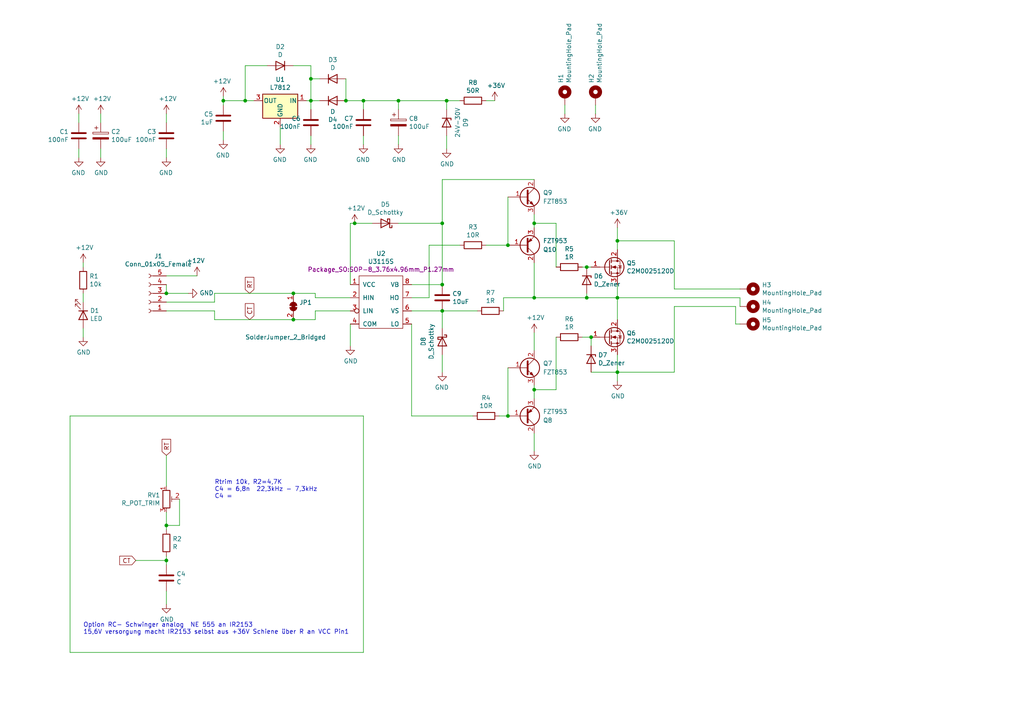
<source format=kicad_sch>
(kicad_sch (version 20231120) (generator "eeschema") (generator_version "8.0")
  (paper "A4")
  (title_block (title "Powerstage PWM") (date "2024-08-31") (rev "A3") (comment 1 "zusätzlicher IC IR2153 support mit RC Glied") (comment 2 "Zusätzliche Treiberstufe für Mosfet") (comment 3 "R7, D8 Bootstrap verhindert negative impulse auf VB") (comment 4 "Treiber auf SMD umgestellt "))
  (lib_symbols
    (symbol "Connector:Conn_01x05_Female" (pin_names (offset 1.016) hide)
      (property "Reference" "J" (at 0 7.62 0))
      (property "Value" "Conn_01x05_Female" (at 0 -7.62 0))
      (symbol "Conn_01x05_Female_1_1"
        (arc (start 0 -4.572) (mid -0.5058 -5.08) (end 0 -5.588) (stroke (width 0.1524)))
        (arc (start 0 -2.032) (mid -0.5058 -2.54) (end 0 -3.048) (stroke (width 0.1524)))
        (polyline (pts (xy -1.27 -5.08) (xy -0.508 -5.08)) (stroke (width 0.1524)))
        (polyline (pts (xy -1.27 -2.54) (xy -0.508 -2.54)) (stroke (width 0.1524)))
        (polyline (pts (xy -1.27 0) (xy -0.508 0)) (stroke (width 0.1524)))
        (polyline (pts (xy -1.27 2.54) (xy -0.508 2.54)) (stroke (width 0.1524)))
        (polyline (pts (xy -1.27 5.08) (xy -0.508 5.08)) (stroke (width 0.1524)))
        (arc (start 0 0.508) (mid -0.5058 0) (end 0 -0.508) (stroke (width 0.1524)))
        (arc (start 0 3.048) (mid -0.5058 2.54) (end 0 2.032) (stroke (width 0.1524)))
        (arc (start 0 5.588) (mid -0.5058 5.08) (end 0 4.572) (stroke (width 0.1524)))
        (pin passive line (at -5.08 5.08 0) (length 3.81) (name "Pin_1") (number "1"))
        (pin passive line (at -5.08 2.54 0) (length 3.81) (name "Pin_2") (number "2"))
        (pin passive line (at -5.08 0 0) (length 3.81) (name "Pin_3") (number "3"))
        (pin passive line (at -5.08 -2.54 0) (length 3.81) (name "Pin_4") (number "4"))
        (pin passive line (at -5.08 -5.08 0) (length 3.81) (name "Pin_5") (number "5"))
      )
    )
    (symbol "Device:C" (pin_numbers hide) (pin_names (offset 0.254))
      (property "Reference" "C" (at 0.635 2.54 0))
      (property "Value" "C" (at 0.635 -2.54 0))
      (symbol "C_0_1"
        (polyline (pts (xy -2.032 -0.762) (xy 2.032 -0.762)) (stroke (width 0.508)))
        (polyline (pts (xy -2.032 0.762) (xy 2.032 0.762)) (stroke (width 0.508)))
      )
      (symbol "C_1_1"
        (pin passive line (at 0 3.81 270) (length 2.794) (name "~") (number "1"))
        (pin passive line (at 0 -3.81 90) (length 2.794) (name "~") (number "2"))
      )
    )
    (symbol "Device:CP" (pin_numbers hide) (pin_names (offset 0.254))
      (property "Reference" "C" (at 0.635 2.54 0))
      (property "Value" "Device_CP" (at 0.635 -2.54 0))
      (symbol "CP_0_1"
        (rectangle (start -2.286 0.508) (end 2.286 1.016))
        (polyline (pts (xy -1.778 2.286) (xy -0.762 2.286)))
        (polyline (pts (xy -1.27 2.794) (xy -1.27 1.778)))
        (rectangle (start 2.286 -0.508) (end -2.286 -1.016) (fill (type outline)))
      )
      (symbol "CP_1_1"
        (pin passive line (at 0 3.81 270) (length 2.794) (name "~") (number "1"))
        (pin passive line (at 0 -3.81 90) (length 2.794) (name "~") (number "2"))
      )
    )
    (symbol "Device:D" (pin_numbers hide) (pin_names (offset 1.016) hide)
      (property "Reference" "D" (at 0 2.54 0))
      (property "Value" "D" (at 0 -2.54 0))
      (symbol "D_0_1"
        (polyline (pts (xy -1.27 1.27) (xy -1.27 -1.27)) (stroke (width 0.254)))
        (polyline (pts (xy 1.27 0) (xy -1.27 0)))
        (polyline (pts (xy 1.27 1.27) (xy 1.27 -1.27) (xy -1.27 0) (xy 1.27 1.27)) (stroke (width 0.254)))
      )
      (symbol "D_1_1"
        (pin passive line (at -3.81 0 0) (length 2.54) (name "K") (number "1"))
        (pin passive line (at 3.81 0 180) (length 2.54) (name "A") (number "2"))
      )
    )
    (symbol "Device:D_Schottky" (pin_numbers hide) (pin_names (offset 1.016) hide)
      (property "Reference" "D" (at 0 2.54 0))
      (property "Value" "D_Schottky" (at 0 -2.54 0))
      (symbol "D_Schottky_0_1"
        (polyline (pts (xy 1.27 0) (xy -1.27 0)))
        (polyline (pts (xy 1.27 1.27) (xy 1.27 -1.27) (xy -1.27 0) (xy 1.27 1.27)) (stroke (width 0.254)))
        (polyline (pts (xy -1.905 0.635) (xy -1.905 1.27) (xy -1.27 1.27) (xy -1.27 -1.27) (xy -0.635 -1.27) (xy -0.635 -0.635)) (stroke (width 0.254)))
      )
      (symbol "D_Schottky_1_1"
        (pin passive line (at -3.81 0 0) (length 2.54) (name "K") (number "1"))
        (pin passive line (at 3.81 0 180) (length 2.54) (name "A") (number "2"))
      )
    )
    (symbol "Device:D_Zener" (pin_numbers hide) (pin_names (offset 1.016) hide)
      (property "Reference" "D" (at 0 2.54 0))
      (property "Value" "D_Zener" (at 0 -2.54 0))
      (symbol "D_Zener_0_1"
        (polyline (pts (xy 1.27 0) (xy -1.27 0)))
        (polyline (pts (xy -1.27 -1.27) (xy -1.27 1.27) (xy -0.762 1.27)) (stroke (width 0.254)))
        (polyline (pts (xy 1.27 -1.27) (xy 1.27 1.27) (xy -1.27 0) (xy 1.27 -1.27)) (stroke (width 0.254)))
      )
      (symbol "D_Zener_1_1"
        (pin passive line (at -3.81 0 0) (length 2.54) (name "K") (number "1"))
        (pin passive line (at 3.81 0 180) (length 2.54) (name "A") (number "2"))
      )
    )
    (symbol "Device:LED" (pin_numbers hide) (pin_names (offset 1.016) hide)
      (property "Reference" "D" (at 0 2.54 0))
      (property "Value" "LED" (at 0 -2.54 0))
      (symbol "LED_0_1"
        (polyline (pts (xy -1.27 -1.27) (xy -1.27 1.27)) (stroke (width 0.254)))
        (polyline (pts (xy -1.27 0) (xy 1.27 0)))
        (polyline (pts (xy 1.27 -1.27) (xy 1.27 1.27) (xy -1.27 0) (xy 1.27 -1.27)) (stroke (width 0.254)))
        (polyline (pts (xy -3.048 -0.762) (xy -4.572 -2.286) (xy -3.81 -2.286) (xy -4.572 -2.286) (xy -4.572 -1.524)))
        (polyline (pts (xy -1.778 -0.762) (xy -3.302 -2.286) (xy -2.54 -2.286) (xy -3.302 -2.286) (xy -3.302 -1.524)))
      )
      (symbol "LED_1_1"
        (pin passive line (at -3.81 0 0) (length 2.54) (name "K") (number "1"))
        (pin passive line (at 3.81 0 180) (length 2.54) (name "A") (number "2"))
      )
    )
    (symbol "Device:R" (pin_numbers hide) (pin_names (offset 0))
      (property "Reference" "R" (at 2.032 0 90))
      (property "Value" "R" (at 0 0 90))
      (symbol "R_0_1"
        (rectangle (start -1.016 -2.54) (end 1.016 2.54) (stroke (width 0.254)))
      )
      (symbol "R_1_1"
        (pin passive line (at 0 3.81 270) (length 1.27) (name "~") (number "1"))
        (pin passive line (at 0 -3.81 90) (length 1.27) (name "~") (number "2"))
      )
    )
    (symbol "Device:R_POT_TRIM" (pin_names (offset 1.016) hide)
      (property "Reference" "RV" (at -4.445 0 90))
      (property "Value" "Device_R_POT_TRIM" (at -2.54 0 90))
      (symbol "R_POT_TRIM_0_1"
        (polyline (pts (xy 1.524 0.762) (xy 1.524 -0.762)))
        (polyline (pts (xy 2.54 0) (xy 1.524 0)))
        (rectangle (start 1.016 2.54) (end -1.016 -2.54) (stroke (width 0.254)))
      )
      (symbol "R_POT_TRIM_1_1"
        (pin passive line (at 0 3.81 270) (length 1.27) (name "1") (number "1"))
        (pin passive line (at 3.81 0 180) (length 1.27) (name "2") (number "2"))
        (pin passive line (at 0 -3.81 90) (length 1.27) (name "3") (number "3"))
      )
    )
    (symbol "Jumper:SolderJumper_2_Bridged" (pin_names (offset 0) hide)
      (property "Reference" "JP" (at 0 2.032 0))
      (property "Value" "SolderJumper_2_Bridged" (at 0 -2.54 0))
      (symbol "SolderJumper_2_Bridged_0_1"
        (rectangle (start -0.508 0.508) (end 0.508 -0.508) (fill (type outline)))
        (arc (start -0.254 1.016) (mid -1.2656 0) (end -0.254 -1.016))
        (arc (start -0.254 1.016) (mid -1.2656 0) (end -0.254 -1.016) (fill (type outline)))
        (polyline (pts (xy -0.254 1.016) (xy -0.254 -1.016)))
        (polyline (pts (xy 0.254 1.016) (xy 0.254 -1.016)))
        (arc (start 0.254 -1.016) (mid 1.2656 0) (end 0.254 1.016))
        (arc (start 0.254 -1.016) (mid 1.2656 0) (end 0.254 1.016) (fill (type outline)))
      )
      (symbol "SolderJumper_2_Bridged_1_1"
        (pin passive line (at -3.81 0 0) (length 2.54) (name "A") (number "1"))
        (pin passive line (at 3.81 0 180) (length 2.54) (name "B") (number "2"))
      )
    )
    (symbol "Mechanical:MountingHole_Pad" (pin_numbers hide) (pin_names (offset 1.016) hide)
      (property "Reference" "H" (at 0 6.35 0))
      (property "Value" "MountingHole_Pad" (at 0 4.445 0))
      (symbol "MountingHole_Pad_0_1"
        (circle (center 0 1.27) (radius 1.27) (stroke (width 1.27)))
      )
      (symbol "MountingHole_Pad_1_1"
        (pin input line (at 0 -2.54 90) (length 2.54) (name "1") (number "1"))
      )
    )
    (symbol "Regulator_Linear:L7812" (pin_names (offset 0.254))
      (property "Reference" "U" (at -3.81 3.175 0))
      (property "Value" "L7812" (at 0 3.175 0))
      (symbol "L7812_0_1"
        (rectangle (start -5.08 1.905) (end 5.08 -5.08) (stroke (width 0.254)) (fill (type background)))
      )
      (symbol "L7812_1_1"
        (pin power_in line (at -7.62 0 0) (length 2.54) (name "IN") (number "1"))
        (pin power_in line (at 0 -7.62 90) (length 2.54) (name "GND") (number "2"))
        (pin power_out line (at 7.62 0 180) (length 2.54) (name "OUT") (number "3"))
      )
    )
    (symbol "Transistor_BJT:BCP51" (pin_names (offset 0) hide)
      (property "Reference" "Q" (at 5.08 1.905 0))
      (property "Value" "BCP51" (at 5.08 0 0))
      (symbol "BCP51_0_1"
        (polyline (pts (xy 0 0) (xy 0.635 0)))
        (polyline (pts (xy 2.54 -2.54) (xy 0.635 -0.635)))
        (polyline (pts (xy 2.54 2.54) (xy 0.635 0.635)))
        (polyline (pts (xy 0.635 1.905) (xy 0.635 -1.905) (xy 0.635 -1.905)) (stroke (width 0.508)) (fill (type outline)))
        (polyline (pts (xy 1.397 -1.905) (xy 1.905 -1.397) (xy 0.889 -0.889) (xy 1.397 -1.905) (xy 1.397 -1.905)) (fill (type outline)))
        (circle (center 1.27 0) (radius 2.8194) (stroke (width 0.254)))
      )
      (symbol "BCP51_1_1"
        (pin input line (at -5.08 0 0) (length 5.08) (name "B") (number "1"))
        (pin passive line (at 2.54 5.08 270) (length 2.54) (name "C") (number "2"))
        (pin passive line (at 2.54 -5.08 90) (length 2.54) (name "E") (number "3"))
      )
    )
    (symbol "Transistor_BJT:BCP56" (pin_names (offset 0) hide)
      (property "Reference" "Q" (at 5.08 1.905 0))
      (property "Value" "BCP56" (at 5.08 0 0))
      (symbol "BCP56_0_1"
        (polyline (pts (xy 0.635 0.635) (xy 2.54 2.54)))
        (polyline (pts (xy 0.635 -0.635) (xy 2.54 -2.54) (xy 2.54 -2.54)))
        (polyline (pts (xy 0.635 1.905) (xy 0.635 -1.905) (xy 0.635 -1.905)) (stroke (width 0.508)))
        (polyline (pts (xy 1.27 -1.778) (xy 1.778 -1.27) (xy 2.286 -2.286) (xy 1.27 -1.778) (xy 1.27 -1.778)) (fill (type outline)))
        (circle (center 1.27 0) (radius 2.8194) (stroke (width 0.254)))
      )
      (symbol "BCP56_1_1"
        (pin input line (at -5.08 0 0) (length 5.715) (name "B") (number "1"))
        (pin passive line (at 2.54 5.08 270) (length 2.54) (name "C") (number "2"))
        (pin passive line (at 2.54 -5.08 90) (length 2.54) (name "E") (number "3"))
        (pin passive line (at 2.54 5.08 270) (length 2.54) hide (name "C") (number "4"))
      )
    )
    (symbol "Transistor_FET:C2M0025120D" (pin_names hide)
      (property "Reference" "Q" (at 5.08 1.905 0))
      (property "Value" "C2M0025120D" (at 5.08 0 0))
      (symbol "C2M0025120D_0_1"
        (polyline (pts (xy 0.254 0) (xy -2.54 0)))
        (polyline (pts (xy 0.254 1.905) (xy 0.254 -1.905)) (stroke (width 0.254)))
        (polyline (pts (xy 0.762 -1.27) (xy 0.762 -2.286)) (stroke (width 0.254)))
        (polyline (pts (xy 0.762 0.508) (xy 0.762 -0.508)) (stroke (width 0.254)))
        (polyline (pts (xy 0.762 2.286) (xy 0.762 1.27)) (stroke (width 0.254)))
        (polyline (pts (xy 2.54 2.54) (xy 2.54 1.778)))
        (polyline (pts (xy 2.54 -2.54) (xy 2.54 0) (xy 0.762 0)))
        (polyline (pts (xy 0.762 -1.778) (xy 3.302 -1.778) (xy 3.302 1.778) (xy 0.762 1.778)))
        (polyline (pts (xy 1.016 0) (xy 2.032 0.381) (xy 2.032 -0.381) (xy 1.016 0)) (fill (type outline)))
        (polyline (pts (xy 2.794 0.508) (xy 2.921 0.381) (xy 3.683 0.381) (xy 3.81 0.254)))
        (polyline (pts (xy 3.302 0.381) (xy 2.921 -0.254) (xy 3.683 -0.254) (xy 3.302 0.381)))
        (circle (center 1.651 0) (radius 2.794) (stroke (width 0.254)))
        (circle (center 2.54 -1.778) (radius 0.254) (fill (type outline)))
        (circle (center 2.54 1.778) (radius 0.254) (fill (type outline)))
      )
      (symbol "C2M0025120D_1_1"
        (pin input line (at -5.08 0 0) (length 2.54) (name "G") (number "1"))
        (pin passive line (at 2.54 5.08 270) (length 2.54) (name "D") (number "2"))
        (pin passive line (at 2.54 -5.08 90) (length 2.54) (name "S") (number "3"))
      )
    )
    (symbol "arnd_eigen:U3115S" (pin_names (offset 1.016))
      (property "Reference" "U" (at 0 11.43 0))
      (property "Value" "arnd_eigen_U3115S" (at 0 8.89 0))
      (property "Footprint" "Package_SO:SOP-8_3.76x4.96mm_P1.27mm" (at 0 11.43 0))
      (symbol "U3115S_0_1"
        (rectangle (start -6.35 7.62) (end 6.35 -7.62))
      )
      (symbol "U3115S_1_1"
        (pin power_in line (at -8.89 5.08 0) (length 2.54) (name "VCC") (number "1"))
        (pin input line (at -8.89 1.27 0) (length 2.54) (name "HIN") (number "2"))
        (pin input inverted (at -8.89 -2.54 0) (length 2.54) (name "LIN") (number "3"))
        (pin power_in line (at -8.89 -6.35 0) (length 2.54) (name "COM") (number "4"))
        (pin output line (at 8.89 -6.35 180) (length 2.54) (name "LO") (number "5"))
        (pin power_out line (at 8.89 -2.54 180) (length 2.54) (name "VS") (number "6"))
        (pin output line (at 8.89 1.27 180) (length 2.54) (name "HO") (number "7"))
        (pin power_in line (at 8.89 5.08 180) (length 2.54) (name "VB") (number "8"))
      )
    )
    (symbol "power:+12V" (power) (pin_names (offset 0))
      (property "Value" "+12V" (at 0 3.556 0))
      (symbol "+12V_0_1"
        (polyline (pts (xy -0.762 1.27) (xy 0 2.54)))
        (polyline (pts (xy 0 0) (xy 0 2.54)))
        (polyline (pts (xy 0 2.54) (xy 0.762 1.27)))
      )
      (symbol "+12V_1_1"
        (pin power_in line (at 0 0 90) (length 0) hide (name "+12V") (number "1"))
      )
    )
    (symbol "power:+36V" (power) (pin_names (offset 0))
      (property "Value" "+36V" (at 0 3.556 0))
      (symbol "+36V_0_1"
        (polyline (pts (xy -0.762 1.27) (xy 0 2.54)))
        (polyline (pts (xy 0 0) (xy 0 2.54)))
        (polyline (pts (xy 0 2.54) (xy 0.762 1.27)))
      )
      (symbol "+36V_1_1"
        (pin power_in line (at 0 0 90) (length 0) hide (name "+36V") (number "1"))
      )
    )
    (symbol "power:GND" (power) (pin_names (offset 0))
      (property "Value" "GND" (at 0 -3.81 0))
      (symbol "GND_0_1"
        (polyline (pts (xy 0 0) (xy 0 -1.27) (xy 1.27 -1.27) (xy 0 -2.54) (xy -1.27 -1.27) (xy 0 -1.27)))
      )
      (symbol "GND_1_1"
        (pin power_in line (at 0 0 270) (length 0) hide (name "GND") (number "1"))
      )
    )
  )
  (junction (at 179.07 69.85))
  (junction (at 85.09 85.09))
  (junction (at 102.87 64.77))
  (junction (at 179.07 86.36))
  (junction (at 48.26 162.56))
  (junction (at 48.26 152.4))
  (junction (at 48.26 85.09))
  (junction (at 147.32 71.12))
  (junction (at 90.17 29.21))
  (junction (at 154.94 113.03))
  (junction (at 71.12 29.21))
  (junction (at 90.17 22.86))
  (junction (at 100.33 29.21))
  (junction (at 85.09 92.71))
  (junction (at 115.57 29.21))
  (junction (at 170.18 77.47))
  (junction (at 179.07 107.95))
  (junction (at 154.94 86.36))
  (junction (at 171.45 97.79))
  (junction (at 147.32 120.65))
  (junction (at 128.27 64.77))
  (junction (at 64.77 29.21))
  (junction (at 128.27 82.55))
  (junction (at 128.27 90.17))
  (junction (at 170.18 86.36))
  (junction (at 105.41 29.21))
  (junction (at 129.54 29.21))
  (junction (at 154.94 64.77))
  (wire (pts (xy 168.91 77.47) (xy 170.18 77.47)))
  (wire (pts (xy 105.41 29.21) (xy 100.33 29.21)))
  (wire (pts (xy 154.94 64.77) (xy 161.29 64.77)))
  (wire (pts (xy 102.87 64.77) (xy 107.95 64.77)))
  (wire (pts (xy 171.45 97.79) (xy 168.91 97.79)))
  (wire (pts (xy 154.94 86.36) (xy 146.05 86.36)))
  (wire (pts (xy 128.27 64.77) (xy 128.27 52.07)))
  (wire (pts (xy 29.21 35.56) (xy 29.21 33.02)))
  (wire (pts (xy 48.26 163.83) (xy 48.26 162.56)))
  (wire (pts (xy 85.09 19.05) (xy 90.17 19.05)))
  (wire (pts (xy 71.12 29.21) (xy 64.77 29.21)))
  (wire (pts (xy 144.78 120.65) (xy 147.32 120.65)))
  (wire (pts (xy 128.27 52.07) (xy 154.94 52.07)))
  (wire (pts (xy 48.26 175.26) (xy 48.26 171.45)))
  (wire (pts (xy 101.6 64.77) (xy 102.87 64.77)))
  (wire (pts (xy 124.46 71.12) (xy 124.46 86.36)))
  (wire (pts (xy 48.26 87.63) (xy 62.23 87.63)))
  (wire (pts (xy 154.94 76.2) (xy 154.94 86.36)))
  (wire (pts (xy 101.6 82.55) (xy 101.6 64.77)))
  (wire (pts (xy 154.94 130.81) (xy 154.94 125.73)))
  (wire (pts (xy 154.94 113.03) (xy 154.94 115.57)))
  (wire (pts (xy 90.17 29.21) (xy 92.71 29.21)))
  (wire (pts (xy 48.26 45.72) (xy 48.26 43.18)))
  (wire (pts (xy 171.45 100.33) (xy 171.45 97.79)))
  (wire (pts (xy 105.41 120.65) (xy 105.41 189.23)))
  (wire (pts (xy 128.27 64.77) (xy 115.57 64.77)))
  (wire (pts (xy 128.27 90.17) (xy 138.43 90.17)))
  (wire (pts (xy 154.94 96.52) (xy 154.94 101.6)))
  (wire (pts (xy 48.26 132.08) (xy 48.26 140.97)))
  (wire (pts (xy 29.21 45.72) (xy 29.21 43.18)))
  (wire (pts (xy 163.83 33.02) (xy 163.83 30.48)))
  (wire (pts (xy 179.07 86.36) (xy 214.63 86.36)))
  (wire (pts (xy 54.61 85.09) (xy 48.26 85.09)))
  (wire (pts (xy 195.58 88.9) (xy 213.36 88.9)))
  (wire (pts (xy 24.13 87.63) (xy 24.13 85.09)))
  (wire (pts (xy 52.07 144.78) (xy 52.07 152.4)))
  (wire (pts (xy 128.27 95.25) (xy 128.27 90.17)))
  (wire (pts (xy 101.6 93.98) (xy 101.6 100.33)))
  (wire (pts (xy 161.29 97.79) (xy 161.29 113.03)))
  (wire (pts (xy 129.54 31.75) (xy 129.54 29.21)))
  (wire (pts (xy 91.44 90.17) (xy 91.44 92.71)))
  (wire (pts (xy 101.6 86.36) (xy 91.44 86.36)))
  (wire (pts (xy 171.45 77.47) (xy 170.18 77.47)))
  (wire (pts (xy 128.27 82.55) (xy 119.38 82.55)))
  (wire (pts (xy 48.26 90.17) (xy 62.23 90.17)))
  (wire (pts (xy 48.26 35.56) (xy 48.26 33.02)))
  (wire (pts (xy 119.38 120.65) (xy 137.16 120.65)))
  (wire (pts (xy 179.07 72.39) (xy 179.07 69.85)))
  (wire (pts (xy 128.27 82.55) (xy 128.27 64.77)))
  (wire (pts (xy 179.07 107.95) (xy 171.45 107.95)))
  (wire (pts (xy 91.44 85.09) (xy 85.09 85.09)))
  (wire (pts (xy 57.15 80.01) (xy 48.26 80.01)))
  (wire (pts (xy 195.58 88.9) (xy 195.58 107.95)))
  (wire (pts (xy 22.86 45.72) (xy 22.86 43.18)))
  (wire (pts (xy 124.46 71.12) (xy 133.35 71.12)))
  (wire (pts (xy 154.94 62.23) (xy 154.94 64.77)))
  (wire (pts (xy 154.94 64.77) (xy 154.94 66.04)))
  (wire (pts (xy 161.29 64.77) (xy 161.29 77.47)))
  (wire (pts (xy 179.07 110.49) (xy 179.07 107.95)))
  (wire (pts (xy 119.38 90.17) (xy 128.27 90.17)))
  (wire (pts (xy 147.32 71.12) (xy 140.97 71.12)))
  (wire (pts (xy 115.57 41.91) (xy 115.57 39.37)))
  (wire (pts (xy 105.41 29.21) (xy 115.57 29.21)))
  (wire (pts (xy 129.54 43.18) (xy 129.54 39.37)))
  (wire (pts (xy 73.66 29.21) (xy 71.12 29.21)))
  (wire (pts (xy 22.86 35.56) (xy 22.86 33.02)))
  (wire (pts (xy 81.28 41.91) (xy 81.28 36.83)))
  (wire (pts (xy 128.27 102.87) (xy 128.27 107.95)))
  (wire (pts (xy 91.44 92.71) (xy 85.09 92.71)))
  (wire (pts (xy 64.77 30.48) (xy 64.77 29.21)))
  (wire (pts (xy 154.94 86.36) (xy 170.18 86.36)))
  (wire (pts (xy 90.17 19.05) (xy 90.17 22.86)))
  (wire (pts (xy 48.26 148.59) (xy 48.26 152.4)))
  (wire (pts (xy 119.38 93.98) (xy 119.38 120.65)))
  (wire (pts (xy 115.57 31.75) (xy 115.57 29.21)))
  (wire (pts (xy 129.54 29.21) (xy 133.35 29.21)))
  (wire (pts (xy 62.23 87.63) (xy 62.23 85.09)))
  (wire (pts (xy 71.12 19.05) (xy 77.47 19.05)))
  (wire (pts (xy 62.23 85.09) (xy 85.09 85.09)))
  (wire (pts (xy 179.07 92.71) (xy 179.07 86.36)))
  (wire (pts (xy 115.57 29.21) (xy 129.54 29.21)))
  (wire (pts (xy 213.36 88.9) (xy 213.36 93.98)))
  (wire (pts (xy 39.37 162.56) (xy 48.26 162.56)))
  (wire (pts (xy 170.18 85.09) (xy 170.18 86.36)))
  (wire (pts (xy 195.58 107.95) (xy 179.07 107.95)))
  (wire (pts (xy 100.33 22.86) (xy 100.33 29.21)))
  (wire (pts (xy 214.63 86.36) (xy 214.63 88.9)))
  (wire (pts (xy 62.23 92.71) (xy 85.09 92.71)))
  (wire (pts (xy 146.05 86.36) (xy 146.05 90.17)))
  (wire (pts (xy 90.17 22.86) (xy 90.17 29.21)))
  (wire (pts (xy 195.58 69.85) (xy 179.07 69.85)))
  (wire (pts (xy 172.72 33.02) (xy 172.72 30.48)))
  (wire (pts (xy 154.94 111.76) (xy 154.94 113.03)))
  (wire (pts (xy 179.07 69.85) (xy 179.07 66.04)))
  (wire (pts (xy 90.17 41.91) (xy 90.17 39.37)))
  (wire (pts (xy 119.38 86.36) (xy 124.46 86.36)))
  (wire (pts (xy 147.32 57.15) (xy 147.32 71.12)))
  (wire (pts (xy 179.07 107.95) (xy 179.07 102.87)))
  (wire (pts (xy 179.07 86.36) (xy 179.07 82.55)))
  (wire (pts (xy 64.77 40.64) (xy 64.77 38.1)))
  (wire (pts (xy 92.71 22.86) (xy 90.17 22.86)))
  (wire (pts (xy 170.18 86.36) (xy 179.07 86.36)))
  (wire (pts (xy 48.26 152.4) (xy 48.26 153.67)))
  (wire (pts (xy 143.51 29.21) (xy 140.97 29.21)))
  (wire (pts (xy 91.44 86.36) (xy 91.44 85.09)))
  (wire (pts (xy 20.32 189.23) (xy 20.32 120.65)))
  (wire (pts (xy 48.26 162.56) (xy 48.26 161.29)))
  (wire (pts (xy 105.41 41.91) (xy 105.41 39.37)))
  (wire (pts (xy 105.41 31.75) (xy 105.41 29.21)))
  (wire (pts (xy 195.58 83.82) (xy 214.63 83.82)))
  (wire (pts (xy 101.6 90.17) (xy 91.44 90.17)))
  (wire (pts (xy 90.17 29.21) (xy 88.9 29.21)))
  (wire (pts (xy 48.26 82.55) (xy 48.26 85.09)))
  (wire (pts (xy 161.29 113.03) (xy 154.94 113.03)))
  (wire (pts (xy 62.23 90.17) (xy 62.23 92.71)))
  (wire (pts (xy 213.36 93.98) (xy 214.63 93.98)))
  (wire (pts (xy 52.07 152.4) (xy 48.26 152.4)))
  (wire (pts (xy 90.17 29.21) (xy 90.17 31.75)))
  (wire (pts (xy 20.32 120.65) (xy 105.41 120.65)))
  (wire (pts (xy 64.77 29.21) (xy 64.77 27.94)))
  (wire (pts (xy 105.41 189.23) (xy 20.32 189.23)))
  (wire (pts (xy 195.58 83.82) (xy 195.58 69.85)))
  (wire (pts (xy 147.32 120.65) (xy 147.32 106.68)))
  (wire (pts (xy 24.13 76.2) (xy 24.13 77.47)))
  (wire (pts (xy 71.12 29.21) (xy 71.12 19.05)))
  (wire (pts (xy 24.13 97.79) (xy 24.13 95.25)))
  (text "Option RC- Schwinger analog  NE 555 an IR2153\n15,6V versorgung macht IR2153 selbst aus +36V Schiene über R an VCC Pin1\n" (at 24.13 184.15 0) (effects (font (size 1.27 1.27)) (justify left bottom)))
  (text "Rtrim 10k, R2=4,7K\nC4 = 6,8n  22,3kHz - 7,3kHz\nC4 = " (at 62.23 144.78 0) (effects (font (size 1.27 1.27)) (justify left bottom)))
  (global_label "CT" (shape input) (at 72.39 92.71 90) (property "Intersheetrefs" "${INTERSHEET_REFS}" (effects (hide yes))))
  (global_label "RT" (shape input) (at 48.26 132.08 90) (property "Intersheetrefs" "${INTERSHEET_REFS}" (effects (hide yes))))
  (global_label "CT" (shape input) (at 39.37 162.56 180) (property "Intersheetrefs" "${INTERSHEET_REFS}" (effects (hide yes))))
  (global_label "RT" (shape input) (at 72.39 85.09 90) (property "Intersheetrefs" "${INTERSHEET_REFS}" (effects (hide yes))))
  (symbol (lib_id "power:GND") (at 22.86 45.72 0) (mirror y) (unit 1)
    (property "Reference" "#PWR02" (effects (hide yes)))
    (property "Value" "GND" (at 22.733 50.1142 0))
  )
  (symbol (lib_id "Device:C") (at 22.86 39.37 0) (mirror y) (unit 1)
    (property "Reference" "C1" (at 19.939 38.2016 0) (effects (justify left)))
    (property "Value" "100nF" (at 19.939 40.513 0) (effects (justify left)))
    (property "Footprint" "Capacitor_SMD:C_0805_2012Metric_Pad1.15x1.40mm_HandSolder" (effects (hide yes)))
  )
  (symbol (lib_id "power:+12V") (at 22.86 33.02 0) (unit 1)
    (property "Reference" "#PWR01" (effects (hide yes)))
    (property "Value" "+12V" (at 23.241 28.6258 0))
  )
  (symbol (lib_id "Mechanical:MountingHole_Pad") (at 217.17 83.82 270) (unit 1)
    (property "Reference" "H3" (at 220.98 82.6516 90) (effects (justify left)))
    (property "Value" "MountingHole_Pad" (at 220.98 84.963 90) (effects (justify left)))
    (property "Footprint" "MountingHole:MountingHole_2.5mm_Pad_Via" (effects (hide yes)))
  )
  (symbol (lib_id "Mechanical:MountingHole_Pad") (at 217.17 88.9 270) (unit 1)
    (property "Reference" "H4" (at 220.98 87.7316 90) (effects (justify left)))
    (property "Value" "MountingHole_Pad" (at 220.98 90.043 90) (effects (justify left)))
    (property "Footprint" "MountingHole:MountingHole_2.5mm_Pad_Via" (effects (hide yes)))
  )
  (symbol (lib_id "Mechanical:MountingHole_Pad") (at 217.17 93.98 270) (unit 1)
    (property "Reference" "H5" (at 220.98 92.8116 90) (effects (justify left)))
    (property "Value" "MountingHole_Pad" (at 220.98 95.123 90) (effects (justify left)))
    (property "Footprint" "MountingHole:MountingHole_2.5mm_Pad_Via" (effects (hide yes)))
  )
  (symbol (lib_id "Mechanical:MountingHole_Pad") (at 172.72 27.94 0) (unit 1)
    (property "Reference" "H2" (at 171.5516 24.13 90) (effects (justify left)))
    (property "Value" "MountingHole_Pad" (at 173.863 24.13 90) (effects (justify left)))
    (property "Footprint" "MountingHole:MountingHole_3.2mm_M3_DIN965_Pad" (effects (hide yes)))
  )
  (symbol (lib_id "power:GND") (at 172.72 33.02 0) (mirror y) (unit 1)
    (property "Reference" "#PWR023" (effects (hide yes)))
    (property "Value" "GND" (at 172.593 37.4142 0))
  )
  (symbol (lib_id "arnd_eigen:U3115S") (at 110.49 87.63 0) (unit 1)
    (property "Reference" "U2" (at 110.49 73.533 0))
    (property "Value" "U3115S" (at 110.49 75.8444 0))
    (property "Footprint" "Package_SO:SOP-8_3.76x4.96mm_P1.27mm" (at 110.49 78.1558 0))
  )
  (symbol (lib_id "Transistor_FET:C2M0025120D") (at 176.53 77.47 0) (unit 1)
    (property "Reference" "Q5" (at 181.7116 76.3016 0) (effects (justify left)))
    (property "Value" "C2M0025120D" (at 181.7116 78.613 0) (effects (justify left)))
    (property "Footprint" "Package_TO_SOT_THT:TO-247-3_Vertical" (effects (hide yes)))
    (property "Datasheet" "https://www.wolfspeed.com/media/downloads/161/C2M0025120D.pdf" (effects (hide yes)))
  )
  (symbol (lib_id "Transistor_FET:C2M0025120D") (at 176.53 97.79 0) (unit 1)
    (property "Reference" "Q6" (at 181.7116 96.6216 0) (effects (justify left)))
    (property "Value" "C2M0025120D" (at 181.7116 98.933 0) (effects (justify left)))
    (property "Footprint" "Package_TO_SOT_THT:TO-247-3_Vertical" (effects (hide yes)))
    (property "Datasheet" "https://www.wolfspeed.com/media/downloads/161/C2M0025120D.pdf" (effects (hide yes)))
  )
  (symbol (lib_id "Device:R") (at 137.16 71.12 270) (unit 1)
    (property "Reference" "R3" (at 137.16 65.8622 90))
    (property "Value" "10R" (at 137.16 68.1736 90))
    (property "Footprint" "Resistor_SMD:R_0805_2012Metric_Pad1.15x1.40mm_HandSolder" (effects (hide yes)))
  )
  (symbol (lib_id "Device:R") (at 140.97 120.65 270) (unit 1)
    (property "Reference" "R4" (at 140.97 115.3922 90))
    (property "Value" "10R" (at 140.97 117.7036 90))
    (property "Footprint" "Resistor_SMD:R_0805_2012Metric_Pad1.15x1.40mm_HandSolder" (effects (hide yes)))
  )
  (symbol (lib_id "Mechanical:MountingHole_Pad") (at 163.83 27.94 0) (unit 1)
    (property "Reference" "H1" (at 162.6616 24.13 90) (effects (justify left)))
    (property "Value" "MountingHole_Pad" (at 164.973 24.13 90) (effects (justify left)))
    (property "Footprint" "MountingHole:MountingHole_3.2mm_M3_DIN965_Pad" (effects (hide yes)))
  )
  (symbol (lib_id "power:GND") (at 163.83 33.02 0) (mirror y) (unit 1)
    (property "Reference" "#PWR022" (effects (hide yes)))
    (property "Value" "GND" (at 163.703 37.4142 0))
  )
  (symbol (lib_id "power:+36V") (at 179.07 66.04 0) (unit 1)
    (property "Reference" "#PWR026" (effects (hide yes)))
    (property "Value" "+36V" (at 179.451 61.6458 0))
  )
  (symbol (lib_id "power:GND") (at 179.07 110.49 0) (unit 1)
    (property "Reference" "#PWR027" (effects (hide yes)))
    (property "Value" "GND" (at 179.197 114.8842 0))
  )
  (symbol (lib_id "power:GND") (at 101.6 100.33 0) (unit 1)
    (property "Reference" "#PWR016" (effects (hide yes)))
    (property "Value" "GND" (at 101.727 104.7242 0))
  )
  (symbol (lib_id "power:+36V") (at 143.51 29.21 0) (unit 1)
    (property "Reference" "#PWR020" (effects (hide yes)))
    (property "Value" "+36V" (at 143.891 24.8158 0))
  )
  (symbol (lib_id "power:GND") (at 115.57 41.91 0) (unit 1)
    (property "Reference" "#PWR021" (effects (hide yes)))
    (property "Value" "GND" (at 115.697 46.3042 0))
  )
  (symbol (lib_id "power:GND") (at 105.41 41.91 0) (mirror y) (unit 1)
    (property "Reference" "#PWR019" (effects (hide yes)))
    (property "Value" "GND" (at 105.283 46.3042 0))
  )
  (symbol (lib_id "Device:C") (at 105.41 35.56 0) (mirror y) (unit 1)
    (property "Reference" "C7" (at 102.489 34.3916 0) (effects (justify left)))
    (property "Value" "100nF" (at 102.489 36.703 0) (effects (justify left)))
    (property "Footprint" "Capacitor_SMD:C_0805_2012Metric_Pad1.15x1.40mm_HandSolder" (effects (hide yes)))
  )
  (symbol (lib_id "Device:CP") (at 115.57 35.56 0) (unit 1)
    (property "Reference" "C8" (at 118.5672 34.3916 0) (effects (justify left)))
    (property "Value" "100uF" (at 118.5672 36.703 0) (effects (justify left)))
    (property "Footprint" "Capacitor_SMD:CP_Elec_10x10.5" (effects (hide yes)))
  )
  (symbol (lib_id "power:+12V") (at 64.77 27.94 0) (mirror y) (unit 1)
    (property "Reference" "#PWR012" (effects (hide yes)))
    (property "Value" "+12V" (at 64.389 23.5458 0))
  )
  (symbol (lib_id "power:+12V") (at 29.21 33.02 0) (unit 1)
    (property "Reference" "#PWR05" (effects (hide yes)))
    (property "Value" "+12V" (at 29.591 28.6258 0))
  )
  (symbol (lib_id "power:GND") (at 29.21 45.72 0) (unit 1)
    (property "Reference" "#PWR06" (effects (hide yes)))
    (property "Value" "GND" (at 29.337 50.1142 0))
  )
  (symbol (lib_id "power:GND") (at 64.77 40.64 0) (mirror y) (unit 1)
    (property "Reference" "#PWR013" (effects (hide yes)))
    (property "Value" "GND" (at 64.643 45.0342 0))
  )
  (symbol (lib_id "Device:C") (at 64.77 34.29 0) (mirror y) (unit 1)
    (property "Reference" "C5" (at 61.849 33.1216 0) (effects (justify left)))
    (property "Value" "1uF" (at 61.849 35.433 0) (effects (justify left)))
    (property "Footprint" "Capacitor_SMD:C_0805_2012Metric_Pad1.15x1.40mm_HandSolder" (effects (hide yes)))
  )
  (symbol (lib_id "Device:CP") (at 29.21 39.37 0) (unit 1)
    (property "Reference" "C2" (at 32.2072 38.2016 0) (effects (justify left)))
    (property "Value" "100uF" (at 32.2072 40.513 0) (effects (justify left)))
    (property "Footprint" "Capacitor_SMD:CP_Elec_10x10.5" (effects (hide yes)))
  )
  (symbol (lib_id "Device:C") (at 128.27 86.36 0) (unit 1)
    (property "Reference" "C9" (at 131.191 85.1916 0) (effects (justify left)))
    (property "Value" "10uF" (at 131.191 87.503 0) (effects (justify left)))
    (property "Footprint" "Capacitor_SMD:C_1210_3225Metric_Pad1.42x2.65mm_HandSolder" (effects (hide yes)))
  )
  (symbol (lib_id "Device:D_Schottky") (at 111.76 64.77 180) (unit 1)
    (property "Reference" "D5" (at 111.76 59.2836 0))
    (property "Value" "D_Schottky" (at 111.76 61.595 0))
    (property "Footprint" "Diode_SMD:D_SOD-123" (effects (hide yes)))
  )
  (symbol (lib_id "Jumper:SolderJumper_2_Bridged") (at 85.09 88.9 270) (unit 1)
    (property "Reference" "JP1" (at 86.8172 87.7316 90) (effects (justify left)))
    (property "Value" "SolderJumper_2_Bridged" (at 71.12 97.79 90) (effects (justify left)))
    (property "Footprint" "Jumper:SolderJumper-2_P1.3mm_Bridged_RoundedPad1.0x1.5mm" (effects (hide yes)))
  )
  (symbol (lib_id "Regulator_Linear:L7812") (at 81.28 29.21 0) (mirror y) (unit 1)
    (property "Reference" "U1" (at 81.28 23.0632 0))
    (property "Value" "L7812" (at 81.28 25.3746 0))
    (property "Footprint" "Package_TO_SOT_SMD:TO-252-2" (effects (hide yes)))
    (property "Datasheet" "http://www.st.com/content/ccc/resource/technical/document/datasheet/41/4f/b3/b0/12/d4/47/88/CD00000444.pdf/files/CD00000444.pdf/jcr:content/translations/en.CD00000444.pdf" (effects (hide yes)))
  )
  (symbol (lib_id "power:GND") (at 81.28 41.91 0) (mirror y) (unit 1)
    (property "Reference" "#PWR014" (effects (hide yes)))
    (property "Value" "GND" (at 81.153 46.3042 0))
  )
  (symbol (lib_id "Connector:Conn_01x05_Female") (at 43.18 85.09 180) (unit 1)
    (property "Reference" "J1" (at 45.9232 74.295 0))
    (property "Value" "Conn_01x05_Female" (at 45.9232 76.6064 0))
    (property "Footprint" "Connector_PinHeader_2.54mm:PinHeader_1x05_P2.54mm_Vertical" (effects (hide yes)))
  )
  (symbol (lib_id "Device:D") (at 81.28 19.05 180) (unit 1)
    (property "Reference" "D2" (at 81.28 13.5636 0))
    (property "Value" "D" (at 81.28 15.875 0))
    (property "Footprint" "Diode_SMD:D_0805_2012Metric_Pad1.15x1.40mm_HandSolder" (effects (hide yes)))
  )
  (symbol (lib_id "power:+12V") (at 57.15 80.01 0) (mirror y) (unit 1)
    (property "Reference" "#PWR011" (effects (hide yes)))
    (property "Value" "+12V" (at 56.769 75.6158 0))
  )
  (symbol (lib_id "power:GND") (at 54.61 85.09 90) (unit 1)
    (property "Reference" "#PWR010" (effects (hide yes)))
    (property "Value" "GND" (at 57.8612 84.963 90) (effects (justify right)))
  )
  (symbol (lib_id "Device:LED") (at 24.13 91.44 270) (unit 1)
    (property "Reference" "D1" (at 26.1112 90.0938 90) (effects (justify left)))
    (property "Value" "LED" (at 26.1112 92.4052 90) (effects (justify left)))
    (property "Footprint" "LED_SMD:LED_0805_2012Metric_Pad1.15x1.40mm_HandSolder" (effects (hide yes)))
  )
  (symbol (lib_id "Device:R") (at 24.13 81.28 0) (unit 1)
    (property "Reference" "R1" (at 25.908 80.1116 0) (effects (justify left)))
    (property "Value" "10k" (at 25.908 82.423 0) (effects (justify left)))
    (property "Footprint" "Resistor_SMD:R_0805_2012Metric_Pad1.15x1.40mm_HandSolder" (effects (hide yes)))
  )
  (symbol (lib_id "power:GND") (at 24.13 97.79 0) (unit 1)
    (property "Reference" "#PWR04" (effects (hide yes)))
    (property "Value" "GND" (at 24.257 102.1842 0))
  )
  (symbol (lib_id "power:+12V") (at 24.13 76.2 0) (unit 1)
    (property "Reference" "#PWR03" (effects (hide yes)))
    (property "Value" "+12V" (at 24.511 71.8058 0))
  )
  (symbol (lib_id "power:+12V") (at 102.87 64.77 0) (unit 1)
    (property "Reference" "#PWR017" (effects (hide yes)))
    (property "Value" "+12V" (at 103.251 60.3758 0))
  )
  (symbol (lib_id "Device:R_POT_TRIM") (at 48.26 144.78 0) (unit 1)
    (property "Reference" "RV1" (at 46.482 143.6116 0) (effects (justify right)))
    (property "Value" "R_POT_TRIM" (at 46.482 145.923 0) (effects (justify right)))
    (property "Footprint" "Potentiometer_THT:Potentiometer_Bourns_3296W_Vertical" (effects (hide yes)))
  )
  (symbol (lib_id "Device:R") (at 48.26 157.48 0) (unit 1)
    (property "Reference" "R2" (at 50.038 156.3116 0) (effects (justify left)))
    (property "Value" "R" (at 50.038 158.623 0) (effects (justify left)))
    (property "Footprint" "Resistor_SMD:R_0805_2012Metric_Pad1.15x1.40mm_HandSolder" (effects (hide yes)))
  )
  (symbol (lib_id "Device:C") (at 48.26 167.64 0) (unit 1)
    (property "Reference" "C4" (at 51.181 166.4716 0) (effects (justify left)))
    (property "Value" "C" (at 51.181 168.783 0) (effects (justify left)))
    (property "Footprint" "Capacitor_SMD:C_0805_2012Metric_Pad1.15x1.40mm_HandSolder" (effects (hide yes)))
  )
  (symbol (lib_id "power:GND") (at 48.26 175.26 0) (unit 1)
    (property "Reference" "#PWR09" (effects (hide yes)))
    (property "Value" "GND" (at 48.387 179.6542 0))
  )
  (symbol (lib_id "power:GND") (at 154.94 130.81 0) (unit 1)
    (property "Reference" "#PWR025" (effects (hide yes)))
    (property "Value" "GND" (at 155.067 135.2042 0))
  )
  (symbol (lib_id "Device:D_Zener") (at 171.45 104.14 270) (unit 1)
    (property "Reference" "D7" (at 173.482 102.9716 90) (effects (justify left)))
    (property "Value" "D_Zener" (at 173.482 105.283 90) (effects (justify left)))
    (property "Footprint" "Diode_SMD:D_SOD-123" (effects (hide yes)))
  )
  (symbol (lib_id "Device:R") (at 165.1 77.47 270) (unit 1)
    (property "Reference" "R5" (at 165.1 72.2122 90))
    (property "Value" "1R" (at 165.1 74.5236 90))
    (property "Footprint" "Resistor_SMD:R_1206_3216Metric_Pad1.42x1.75mm_HandSolder" (effects (hide yes)))
  )
  (symbol (lib_id "Device:R") (at 165.1 97.79 270) (unit 1)
    (property "Reference" "R6" (at 165.1 92.5322 90))
    (property "Value" "1R" (at 165.1 94.8436 90))
    (property "Footprint" "Resistor_SMD:R_1206_3216Metric_Pad1.42x1.75mm_HandSolder" (effects (hide yes)))
  )
  (symbol (lib_id "Device:D_Zener") (at 170.18 81.28 270) (unit 1)
    (property "Reference" "D6" (at 172.212 80.1116 90) (effects (justify left)))
    (property "Value" "D_Zener" (at 172.212 82.423 90) (effects (justify left)))
    (property "Footprint" "Diode_SMD:D_SOD-123" (effects (hide yes)))
  )
  (symbol (lib_id "Device:D") (at 96.52 22.86 0) (unit 1)
    (property "Reference" "D3" (at 96.52 17.3482 0))
    (property "Value" "D" (at 96.52 19.6596 0))
    (property "Footprint" "Diode_THT:D_A-405_P7.62mm_Horizontal" (effects (hide yes)))
  )
  (symbol (lib_id "Device:D") (at 96.52 29.21 0) (unit 1)
    (property "Reference" "D4" (at 96.52 34.6964 0))
    (property "Value" "D" (at 96.52 32.385 0))
    (property "Footprint" "Diode_SMD:D_SOD-123" (effects (hide yes)))
  )
  (symbol (lib_id "power:+12V") (at 154.94 96.52 0) (unit 1)
    (property "Reference" "#PWR024" (effects (hide yes)))
    (property "Value" "+12V" (at 155.321 92.1258 0))
  )
  (symbol (lib_id "power:GND") (at 90.17 41.91 0) (mirror y) (unit 1)
    (property "Reference" "#PWR015" (effects (hide yes)))
    (property "Value" "GND" (at 90.043 46.3042 0))
  )
  (symbol (lib_id "Device:C") (at 90.17 35.56 0) (mirror y) (unit 1)
    (property "Reference" "C6" (at 87.249 34.3916 0) (effects (justify left)))
    (property "Value" "100nF" (at 87.249 36.703 0) (effects (justify left)))
    (property "Footprint" "Capacitor_SMD:C_0805_2012Metric_Pad1.15x1.40mm_HandSolder" (effects (hide yes)))
  )
  (symbol (lib_id "power:GND") (at 48.26 45.72 0) (mirror y) (unit 1)
    (property "Reference" "#PWR08" (effects (hide yes)))
    (property "Value" "GND" (at 48.133 50.1142 0))
  )
  (symbol (lib_id "Device:C") (at 48.26 39.37 0) (mirror y) (unit 1)
    (property "Reference" "C3" (at 45.339 38.2016 0) (effects (justify left)))
    (property "Value" "100nF" (at 45.339 40.513 0) (effects (justify left)))
    (property "Footprint" "Capacitor_SMD:C_0805_2012Metric_Pad1.15x1.40mm_HandSolder" (effects (hide yes)))
  )
  (symbol (lib_id "power:+12V") (at 48.26 33.02 0) (unit 1)
    (property "Reference" "#PWR07" (effects (hide yes)))
    (property "Value" "+12V" (at 48.641 28.6258 0))
  )
  (symbol (lib_id "power:GND") (at 128.27 107.95 0) (mirror y) (unit 1)
    (property "Reference" "#PWR028" (effects (hide yes)))
    (property "Value" "GND" (at 128.143 112.3442 0))
  )
  (symbol (lib_id "Device:D_Schottky") (at 128.27 99.06 270) (unit 1)
    (property "Reference" "D8" (at 122.7836 99.06 0))
    (property "Value" "D_Schottky" (at 125.095 99.06 0))
    (property "Footprint" "Diode_SMD:D_SOD-123" (effects (hide yes)))
  )
  (symbol (lib_id "Device:R") (at 142.24 90.17 270) (unit 1)
    (property "Reference" "R7" (at 142.24 84.9122 90))
    (property "Value" "1R" (at 142.24 87.2236 90))
    (property "Footprint" "Resistor_SMD:R_1206_3216Metric_Pad1.30x1.75mm_HandSolder" (effects (hide yes)))
  )
  (symbol (lib_id "Device:R") (at 137.16 29.21 270) (unit 1)
    (property "Reference" "R8" (at 137.16 23.9522 90))
    (property "Value" "50R" (at 137.16 26.2636 90))
    (property "Footprint" "Resistor_THT:R_Axial_DIN0207_L6.3mm_D2.5mm_P10.16mm_Horizontal" (effects (hide yes)))
  )
  (symbol (lib_id "Device:D_Zener") (at 129.54 35.56 270) (unit 1)
    (property "Reference" "D9" (at 135.0518 35.56 0))
    (property "Value" "24V-30V" (at 132.7404 35.56 0))
    (property "Footprint" "Diode_THT:D_A-405_P7.62mm_Horizontal" (effects (hide yes)))
  )
  (symbol (lib_id "power:GND") (at 129.54 43.18 0) (unit 1)
    (property "Reference" "#PWR0101" (effects (hide yes)))
    (property "Value" "GND" (at 129.667 47.5742 0))
  )
  (symbol (lib_id "Transistor_BJT:BCP51") (at 152.4 120.65 0) (mirror x) (unit 1)
    (property "Reference" "Q8" (at 157.48 121.9201 0) (effects (justify left)))
    (property "Value" "FZT953" (at 157.48 119.3801 0) (effects (justify left)))
    (property "Footprint" "Package_TO_SOT_SMD:SOT-223-3_TabPin2" (effects (hide yes)))
    (property "Datasheet" "https://www.onsemi.com/pub/Collateral/BCP51-D.pdf" (effects (hide yes)))
    (property "Description" "1A Ic, 45V Vce, PNP Medium Power Transistor, SOT-223" (effects (hide yes)))
  )
  (symbol (lib_id "Transistor_BJT:BCP56") (at 152.4 106.68 0) (unit 1)
    (property "Reference" "Q7" (at 157.48 105.4099 0) (effects (justify left)))
    (property "Value" "FZT853" (at 157.48 107.9499 0) (effects (justify left)))
    (property "Footprint" "Package_TO_SOT_SMD:SOT-223-3_TabPin2" (effects (hide yes)))
    (property "Datasheet" "https://www.nxp.com/docs/en/data-sheet/BCP56_BCX56_BC56PA.pdf" (effects (hide yes)))
    (property "Description" "1A Ic, 80V Vce, NPN Medium Power Transistor, SOT-223" (effects (hide yes)))
  )
  (symbol (lib_id "Transistor_BJT:BCP56") (at 152.4 57.15 0) (unit 1)
    (property "Reference" "Q9" (at 157.48 55.8799 0) (effects (justify left)))
    (property "Value" "FZT853" (at 157.48 58.4199 0) (effects (justify left)))
    (property "Footprint" "Package_TO_SOT_SMD:SOT-223-3_TabPin2" (effects (hide yes)))
    (property "Datasheet" "https://www.nxp.com/docs/en/data-sheet/BCP56_BCX56_BC56PA.pdf" (effects (hide yes)))
    (property "Description" "1A Ic, 80V Vce, NPN Medium Power Transistor, SOT-223" (effects (hide yes)))
  )
  (symbol (lib_id "Transistor_BJT:BCP51") (at 152.4 71.12 0) (mirror x) (unit 1)
    (property "Reference" "Q10" (at 157.48 72.3901 0) (effects (justify left)))
    (property "Value" "FZT953" (at 157.48 69.8501 0) (effects (justify left)))
    (property "Footprint" "Package_TO_SOT_SMD:SOT-223-3_TabPin2" (effects (hide yes)))
    (property "Datasheet" "https://www.onsemi.com/pub/Collateral/BCP51-D.pdf" (effects (hide yes)))
    (property "Description" "1A Ic, 45V Vce, PNP Medium Power Transistor, SOT-223" (effects (hide yes)))
  )
)
</source>
